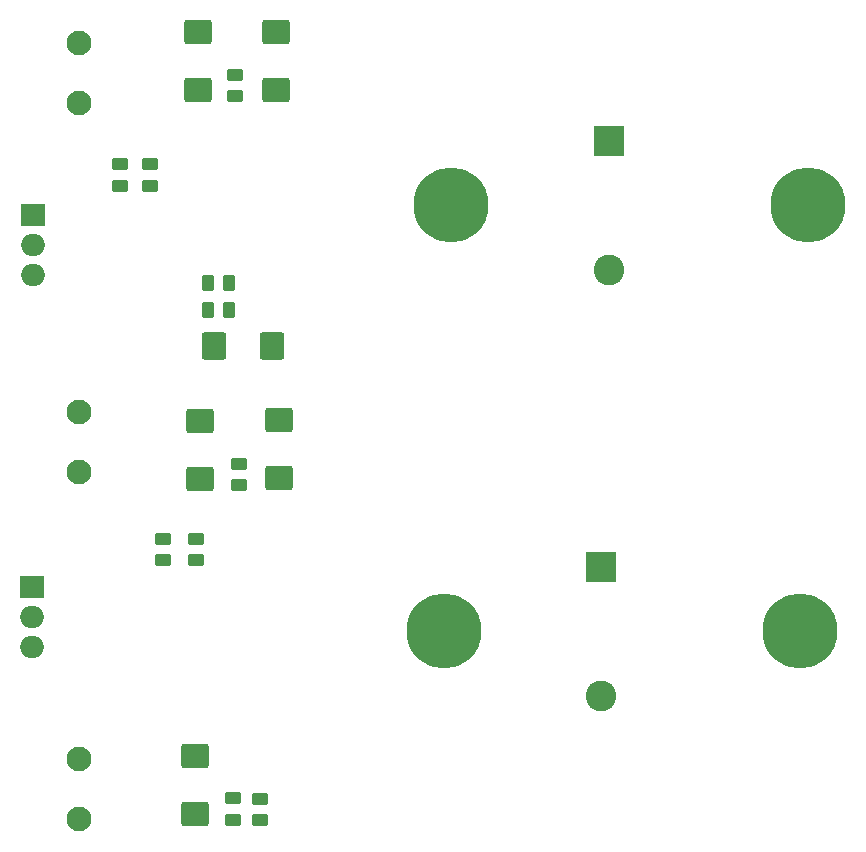
<source format=gbr>
%TF.GenerationSoftware,KiCad,Pcbnew,(6.0.5)*%
%TF.CreationDate,2023-07-06T17:20:31+08:00*%
%TF.ProjectId,compare,636f6d70-6172-4652-9e6b-696361645f70,rev?*%
%TF.SameCoordinates,Original*%
%TF.FileFunction,Soldermask,Top*%
%TF.FilePolarity,Negative*%
%FSLAX46Y46*%
G04 Gerber Fmt 4.6, Leading zero omitted, Abs format (unit mm)*
G04 Created by KiCad (PCBNEW (6.0.5)) date 2023-07-06 17:20:31*
%MOMM*%
%LPD*%
G01*
G04 APERTURE LIST*
G04 Aperture macros list*
%AMRoundRect*
0 Rectangle with rounded corners*
0 $1 Rounding radius*
0 $2 $3 $4 $5 $6 $7 $8 $9 X,Y pos of 4 corners*
0 Add a 4 corners polygon primitive as box body*
4,1,4,$2,$3,$4,$5,$6,$7,$8,$9,$2,$3,0*
0 Add four circle primitives for the rounded corners*
1,1,$1+$1,$2,$3*
1,1,$1+$1,$4,$5*
1,1,$1+$1,$6,$7*
1,1,$1+$1,$8,$9*
0 Add four rect primitives between the rounded corners*
20,1,$1+$1,$2,$3,$4,$5,0*
20,1,$1+$1,$4,$5,$6,$7,0*
20,1,$1+$1,$6,$7,$8,$9,0*
20,1,$1+$1,$8,$9,$2,$3,0*%
G04 Aperture macros list end*
%ADD10RoundRect,0.250000X-0.450000X0.262500X-0.450000X-0.262500X0.450000X-0.262500X0.450000X0.262500X0*%
%ADD11C,2.100000*%
%ADD12RoundRect,0.250000X0.262500X0.450000X-0.262500X0.450000X-0.262500X-0.450000X0.262500X-0.450000X0*%
%ADD13R,2.600000X2.600000*%
%ADD14C,2.600000*%
%ADD15C,6.350000*%
%ADD16RoundRect,0.250000X0.450000X-0.262500X0.450000X0.262500X-0.450000X0.262500X-0.450000X-0.262500X0*%
%ADD17RoundRect,0.250000X0.925000X-0.787500X0.925000X0.787500X-0.925000X0.787500X-0.925000X-0.787500X0*%
%ADD18R,2.000000X1.905000*%
%ADD19O,2.000000X1.905000*%
%ADD20RoundRect,0.250000X-0.262500X-0.450000X0.262500X-0.450000X0.262500X0.450000X-0.262500X0.450000X0*%
%ADD21RoundRect,0.250000X0.787500X0.925000X-0.787500X0.925000X-0.787500X-0.925000X0.787500X-0.925000X0*%
G04 APERTURE END LIST*
D10*
%TO.C,R10*%
X121564400Y-72798299D03*
X121564400Y-74623299D03*
%TD*%
%TO.C,R4*%
X125476000Y-104497499D03*
X125476000Y-106322499D03*
%TD*%
D11*
%TO.C,J1*%
X115595400Y-67589399D03*
X115595400Y-62509399D03*
%TD*%
D12*
%TO.C,R7*%
X128318900Y-85191599D03*
X126493900Y-85191599D03*
%TD*%
D13*
%TO.C,Q1*%
X159766000Y-106908599D03*
D14*
X159766000Y-117828599D03*
D15*
X146466000Y-112358599D03*
X176666000Y-112358599D03*
%TD*%
D16*
%TO.C,R3*%
X122732800Y-106322499D03*
X122732800Y-104497499D03*
%TD*%
D17*
%TO.C,C5*%
X132232400Y-66545399D03*
X132232400Y-61620399D03*
%TD*%
D16*
%TO.C,R9*%
X119049800Y-74648699D03*
X119049800Y-72823699D03*
%TD*%
D17*
%TO.C,C6*%
X125628400Y-66557999D03*
X125628400Y-61632999D03*
%TD*%
D18*
%TO.C,U2*%
X111670400Y-77114399D03*
D19*
X111670400Y-79654399D03*
X111670400Y-82194399D03*
%TD*%
D16*
%TO.C,RL1*%
X129120800Y-99972499D03*
X129120800Y-98147499D03*
%TD*%
%TO.C,R1*%
X128627500Y-128318899D03*
X128627500Y-126493899D03*
%TD*%
D13*
%TO.C,Q2*%
X160429800Y-70826199D03*
D14*
X160429800Y-81746199D03*
D15*
X147129800Y-76276199D03*
X177329800Y-76276199D03*
%TD*%
D18*
%TO.C,U1*%
X111653200Y-108584999D03*
D19*
X111653200Y-111124999D03*
X111653200Y-113664999D03*
%TD*%
D11*
%TO.C,J2*%
X115595400Y-128269999D03*
X115595400Y-123189999D03*
%TD*%
D17*
%TO.C,C2*%
X132562600Y-99388899D03*
X132562600Y-94463899D03*
%TD*%
D20*
%TO.C,R8*%
X126493900Y-82905599D03*
X128318900Y-82905599D03*
%TD*%
D17*
%TO.C,C1*%
X125376300Y-127851399D03*
X125376300Y-122926399D03*
%TD*%
D16*
%TO.C,RL2*%
X128828800Y-67054099D03*
X128828800Y-65229099D03*
%TD*%
D21*
%TO.C,C4*%
X131938900Y-88239599D03*
X127013900Y-88239599D03*
%TD*%
D11*
%TO.C,J3*%
X115595400Y-98869499D03*
X115595400Y-93789499D03*
%TD*%
D17*
%TO.C,C3*%
X125806200Y-99465099D03*
X125806200Y-94540099D03*
%TD*%
D10*
%TO.C,R2*%
X130938900Y-126546599D03*
X130938900Y-128371599D03*
%TD*%
M02*

</source>
